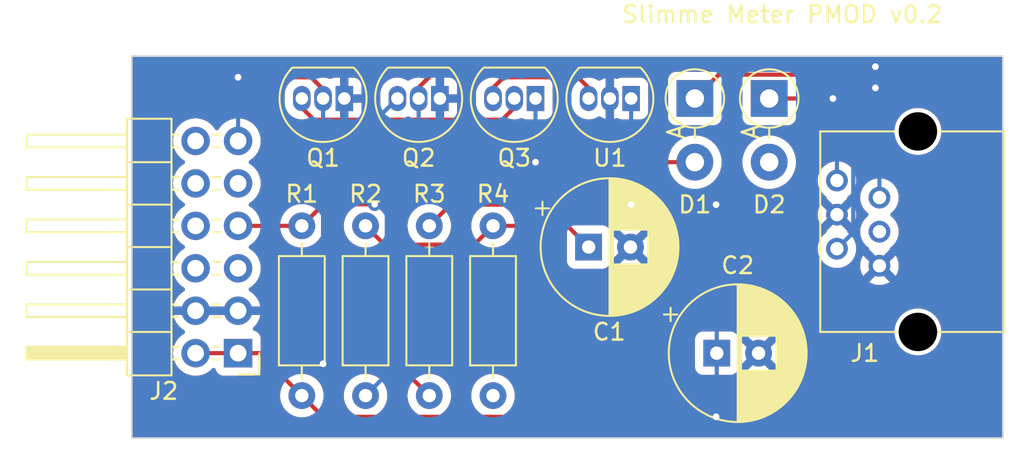
<source format=kicad_pcb>
(kicad_pcb (version 20221018) (generator pcbnew)
  (layers (0 "F.Cu" signal) (31 "B.Cu" signal) (34 "B.Paste" user) (35 "F.Paste" user) (36 "B.SilkS" user "B.Silkscreen") (37 "F.SilkS" user "F.Silkscreen") (38 "B.Mask" user) (39 "F.Mask" user) (44 "Edge.Cuts" user))
  (net 0 "")
  (net 1 "SM_DATA_REQUEST")
  (net 2 "Net-(D1-A)")
  (net 3 "Net-(D2-K)")
  (net 4 "+5V")
  (net 6 "~{SM_DATA}")
  (net 7 "GND")
  (net 8 "MCU_DATA")
  (net 9 "VCC")
  (net 14 "RTS")
  (net 15 "TXD")
  (net 16 "CTS")
  (net 17 "Net-(Q1-D)")
  (footprint "Capacitor_THT:CP_Radial_D8.0mm_P2.50mm" (layer "F.Cu") (at 120.015 62.23)
    (fp_text reference "C1" (at 1.23 5.08) (layer "F.SilkS"))
    (fp_text value "C_Polarized_Small")
    (fp_line (start -3.159698 -2.315) (end -2.359698 -2.315) (stroke (width 0.12)) (layer "F.SilkS"))
    (fp_line (start -2.759698 -2.715) (end -2.759698 -1.915) (stroke (width 0.12)) (layer "F.SilkS"))
    (fp_line (start 1.25 -4.08) (end 1.25 4.08) (stroke (width 0.12)) (layer "F.SilkS"))
    (fp_line (start 1.29 -4.08) (end 1.29 4.08) (stroke (width 0.12)) (layer "F.SilkS"))
    (fp_line (start 1.33 -4.08) (end 1.33 4.08) (stroke (width 0.12)) (layer "F.SilkS"))
    (fp_line (start 1.37 -4.079) (end 1.37 4.079) (stroke (width 0.12)) (layer "F.SilkS"))
    (fp_line (start 1.41 -4.077) (end 1.41 4.077) (stroke (width 0.12)) (layer "F.SilkS"))
    (fp_line (start 1.45 -4.076) (end 1.45 4.076) (stroke (width 0.12)) (layer "F.SilkS"))
    (fp_line (start 1.49 -4.074) (end 1.49 -1.04) (stroke (width 0.12)) (layer "F.SilkS"))
    (fp_line (start 1.49 1.04) (end 1.49 4.074) (stroke (width 0.12)) (layer "F.SilkS"))
    (fp_line (start 1.53 -4.071) (end 1.53 -1.04) (stroke (width 0.12)) (layer "F.SilkS"))
    (fp_line (start 1.53 1.04) (end 1.53 4.071) (stroke (width 0.12)) (layer "F.SilkS"))
    (fp_line (start 1.57 -4.068) (end 1.57 -1.04) (stroke (width 0.12)) (layer "F.SilkS"))
    (fp_line (start 1.57 1.04) (end 1.57 4.068) (stroke (width 0.12)) (layer "F.SilkS"))
    (fp_line (start 1.61 -4.065) (end 1.61 -1.04) (stroke (width 0.12)) (layer "F.SilkS"))
    (fp_line (start 1.61 1.04) (end 1.61 4.065) (stroke (width 0.12)) (layer "F.SilkS"))
    (fp_line (start 1.65 -4.061) (end 1.65 -1.04) (stroke (width 0.12)) (layer "F.SilkS"))
    (fp_line (start 1.65 1.04) (end 1.65 4.061) (stroke (width 0.12)) (layer "F.SilkS"))
    (fp_line (start 1.69 -4.057) (end 1.69 -1.04) (stroke (width 0.12)) (layer "F.SilkS"))
    (fp_line (start 1.69 1.04) (end 1.69 4.057) (stroke (width 0.12)) (layer "F.SilkS"))
    (fp_line (start 1.73 -4.052) (end 1.73 -1.04) (stroke (width 0.12)) (layer "F.SilkS"))
    (fp_line (start 1.73 1.04) (end 1.73 4.052) (stroke (width 0.12)) (layer "F.SilkS"))
    (fp_line (start 1.77 -4.048) (end 1.77 -1.04) (stroke (width 0.12)) (layer "F.SilkS"))
    (fp_line (start 1.77 1.04) (end 1.77 4.048) (stroke (width 0.12)) (layer "F.SilkS"))
    (fp_line (start 1.81 -4.042) (end 1.81 -1.04) (stroke (width 0.12)) (layer "F.SilkS"))
    (fp_line (start 1.81 1.04) (end 1.81 4.042) (stroke (width 0.12)) (layer "F.SilkS"))
    (fp_line (start 1.85 -4.037) (end 1.85 -1.04) (stroke (width 0.12)) (layer "F.SilkS"))
    (fp_line (start 1.85 1.04) (end 1.85 4.037) (stroke (width 0.12)) (layer "F.SilkS"))
    (fp_line (start 1.89 -4.03) (end 1.89 -1.04) (stroke (width 0.12)) (layer "F.SilkS"))
    (fp_line (start 1.89 1.04) (end 1.89 4.03) (stroke (width 0.12)) (layer "F.SilkS"))
    (fp_line (start 1.93 -4.024) (end 1.93 -1.04) (stroke (width 0.12)) (layer "F.SilkS"))
    (fp_line (start 1.93 1.04) (end 1.93 4.024) (stroke (width 0.12)) (layer "F.SilkS"))
    (fp_line (start 1.971 -4.017) (end 1.971 -1.04) (stroke (width 0.12)) (layer "F.SilkS"))
    (fp_line (start 1.971 1.04) (end 1.971 4.017) (stroke (width 0.12)) (layer "F.SilkS"))
    (fp_line (start 2.011 -4.01) (end 2.011 -1.04) (stroke (width 0.12)) (layer "F.SilkS"))
    (fp_line (start 2.011 1.04) (end 2.011 4.01) (stroke (width 0.12)) (layer "F.SilkS"))
    (fp_line (start 2.051 -4.002) (end 2.051 -1.04) (stroke (width 0.12)) (layer "F.SilkS"))
    (fp_line (start 2.051 1.04) (end 2.051 4.002) (stroke (width 0.12)) (layer "F.SilkS"))
    (fp_line (start 2.091 -3.994) (end 2.091 -1.04) (stroke (width 0.12)) (layer "F.SilkS"))
    (fp_line (start 2.091 1.04) (end 2.091 3.994) (stroke (width 0.12)) (layer "F.SilkS"))
    (fp_line (start 2.131 -3.985) (end 2.131 -1.04) (stroke (width 0.12)) (layer "F.SilkS"))
    (fp_line (start 2.131 1.04) (end 2.131 3.985) (stroke (width 0.12)) (layer "F.SilkS"))
    (fp_line (start 2.171 -3.976) (end 2.171 -1.04) (stroke (width 0.12)) (layer "F.SilkS"))
    (fp_line (start 2.171 1.04) (end 2.171 3.976) (stroke (width 0.12)) (layer "F.SilkS"))
    (fp_line (start 2.211 -3.967) (end 2.211 -1.04) (stroke (width 0.12)) (layer "F.SilkS"))
    (fp_line (start 2.211 1.04) (end 2.211 3.967) (stroke (width 0.12)) (layer "F.SilkS"))
    (fp_line (start 2.251 -3.957) (end 2.251 -1.04) (stroke (width 0.12)) (layer "F.SilkS"))
    (fp_line (start 2.251 1.04) (end 2.251 3.957) (stroke (width 0.12)) (layer "F.SilkS"))
    (fp_line (start 2.291 -3.947) (end 2.291 -1.04) (stroke (width 0.12)) (layer "F.SilkS"))
    (fp_line (start 2.291 1.04) (end 2.291 3.947) (stroke (width 0.12)) (layer "F.SilkS"))
    (fp_line (start 2.331 -3.936) (end 2.331 -1.04) (stroke (width 0.12)) (layer "F.SilkS"))
    (fp_line (start 2.331 1.04) (end 2.331 3.936) (stroke (width 0.12)) (layer "F.SilkS"))
    (fp_line (start 2.371 -3.925) (end 2.371 -1.04) (stroke (width 0.12)) (layer "F.SilkS"))
    (fp_line (start 2.371 1.04) (end 2.371 3.925) (stroke (width 0.12)) (layer "F.SilkS"))
    (fp_line (start 2.411 -3.914) (end 2.411 -1.04) (stroke (width 0.12)) (layer "F.SilkS"))
    (fp_line (start 2.411 1.04) (end 2.411 3.914) (stroke (width 0.12)) (layer "F.SilkS"))
    (fp_line (start 2.451 -3.902) (end 2.451 -1.04) (stroke (width 0.12)) (layer "F.SilkS"))
    (fp_line (start 2.451 1.04) (end 2.451 3.902) (stroke (width 0.12)) (layer "F.SilkS"))
    (fp_line (start 2.491 -3.889) (end 2.491 -1.04) (stroke (width 0.12)) (layer "F.SilkS"))
    (fp_line (start 2.491 1.04) (end 2.491 3.889) (stroke (width 0.12)) (layer "F.SilkS"))
    (fp_line (start 2.531 -3.877) (end 2.531 -1.04) (stroke (width 0.12)) (layer "F.SilkS"))
    (fp_line (start 2.531 1.04) (end 2.531 3.877) (stroke (width 0.12)) (layer "F.SilkS"))
    (fp_line (start 2.571 -3.863) (end 2.571 -1.04) (stroke (width 0.12)) (layer "F.SilkS"))
    (fp_line (start 2.571 1.04) (end 2.571 3.863) (stroke (width 0.12)) (layer "F.SilkS"))
    (fp_line (start 2.611 -3.85) (end 2.611 -1.04) (stroke (width 0.12)) (layer "F.SilkS"))
    (fp_line (start 2.611 1.04) (end 2.611 3.85) (stroke (width 0.12)) (layer "F.SilkS"))
    (fp_line (start 2.651 -3.835) (end 2.651 -1.04) (stroke (width 0.12)) (layer "F.SilkS"))
    (fp_line (start 2.651 1.04) (end 2.651 3.835) (stroke (width 0.12)) (layer "F.SilkS"))
    (fp_line (start 2.691 -3.821) (end 2.691 -1.04) (stroke (width 0.12)) (layer "F.SilkS"))
    (fp_line (start 2.691 1.04) (end 2.691 3.821) (stroke (width 0.12)) (layer "F.SilkS"))
    (fp_line (start 2.731 -3.805) (end 2.731 -1.04) (stroke (width 0.12)) (layer "F.SilkS"))
    (fp_line (start 2.731 1.04) (end 2.731 3.805) (stroke (width 0.12)) (layer "F.SilkS"))
    (fp_line (start 2.771 -3.79) (end 2.771 -1.04) (stroke (width 0.12)) (layer "F.SilkS"))
    (fp_line (start 2.771 1.04) (end 2.771 3.79) (stroke (width 0.12)) (layer "F.SilkS"))
    (fp_line (start 2.811 -3.774) (end 2.811 -1.04) (stroke (width 0.12)) (layer "F.SilkS"))
    (fp_line (start 2.811 1.04) (end 2.811 3.774) (stroke (width 0.12)) (layer "F.SilkS"))
    (fp_line (start 2.851 -3.757) (end 2.851 -1.04) (stroke (width 0.12)) (layer "F.SilkS"))
    (fp_line (start 2.851 1.04) (end 2.851 3.757) (stroke (width 0.12)) (layer "F.SilkS"))
    (fp_line (start 2.891 -3.74) (end 2.891 -1.04) (stroke (width 0.12)) (layer "F.SilkS"))
    (fp_line (start 2.891 1.04) (end 2.891 3.74) (stroke (width 0.12)) (layer "F.SilkS"))
    (fp_line (start 2.931 -3.722) (end 2.931 -1.04) (stroke (width 0.12)) (layer "F.SilkS"))
    (fp_line (start 2.931 1.04) (end 2.931 3.722) (stroke (width 0.12)) (layer "F.SilkS"))
    (fp_line (start 2.971 -3.704) (end 2.971 -1.04) (stroke (width 0.12)) (layer "F.SilkS"))
    (fp_line (start 2.971 1.04) (end 2.971 3.704) (stroke (width 0.12)) (layer "F.SilkS"))
    (fp_line (start 3.011 -3.686) (end 3.011 -1.04) (stroke (width 0.12)) (layer "F.SilkS"))
    (fp_line (start 3.011 1.04) (end 3.011 3.686) (stroke (width 0.12)) (layer "F.SilkS"))
    (fp_line (start 3.051 -3.666) (end 3.051 -1.04) (stroke (width 0.12)) (layer "F.SilkS"))
    (fp_line (start 3.051 1.04) (end 3.051 3.666) (stroke (width 0.12)) (layer "F.SilkS"))
    (fp_line (start 3.091 -3.647) (end 3.091 -1.04) (stroke (width 0.12)) (layer "F.SilkS"))
    (fp_line (start 3.091 1.04) (end 3.091 3.647) (stroke (width 0.12)) (layer "F.SilkS"))
    (fp_line (start 3.131 -3.627) (end 3.131 -1.04) (stroke (width 0.12)) (layer "F.SilkS"))
    (fp_line (start 3.131 1.04) (end 3.131 3.627) (stroke (width 0.12)) (layer "F.SilkS"))
    (fp_line (start 3.171 -3.606) (end 3.171 -1.04) (stroke (width 0.12)) (layer "F.SilkS"))
    (fp_line (start 3.171 1.04) (end 3.171 3.606) (stroke (width 0.12)) (layer "F.SilkS"))
    (fp_line (start 3.211 -3.584) (end 3.211 -1.04) (stroke (width 0.12)) (layer "F.SilkS"))
    (fp_line (start 3.211 1.04) (end 3.211 3.584) (stroke (width 0.12)) (layer "F.SilkS"))
    (fp_line (start 3.251 -3.562) (end 3.251 -1.04) (stroke (width 0.12)) (layer "F.SilkS"))
    (fp_line (start 3.251 1.04) (end 3.251 3.562) (stroke (width 0.12)) (layer "F.SilkS"))
    (fp_line (start 3.291 -3.54) (end 3.291 -1.04) (stroke (width 0.12)) (layer "F.SilkS"))
    (fp_line (start 3.291 1.04) (end 3.291 3.54) (stroke (width 0.12)) (layer "F.SilkS"))
    (fp_line (start 3.331 -3.517) (end 3.331 -1.04) (stroke (width 0.12)) (layer "F.SilkS"))
    (fp_line (start 3.331 1.04) (end 3.331 3.517) (stroke (width 0.12)) (layer "F.SilkS"))
    (fp_line (start 3.371 -3.493) (end 3.371 -1.04) (stroke (width 0.12)) (layer "F.SilkS"))
    (fp_line (start 3.371 1.04) (end 3.371 3.493) (stroke (width 0.12)) (layer "F.SilkS"))
    (fp_line (start 3.411 -3.469) (end 3.411 -1.04) (stroke (width 0.12)) (layer "F.SilkS"))
    (fp_line (start 3.411 1.04) (end 3.411 3.469) (stroke (width 0.12)) (layer "F.SilkS"))
    (fp_line (start 3.451 -3.444) (end 3.451 -1.04) (stroke (width 0.12)) (layer "F.SilkS"))
    (fp_line (start 3.451 1.04) (end 3.451 3.444) (stroke (width 0.12)) (layer "F.SilkS"))
    (fp_line (start 3.491 -3.418) (end 3.491 -1.04) (stroke (width 0.12)) (layer "F.SilkS"))
    (fp_line (start 3.491 1.04) (end 3.491 3.418) (stroke (width 0.12)) (layer "F.SilkS"))
    (fp_line (start 3.531 -3.392) (end 3.531 -1.04) (stroke (width 0.12)) (layer "F.SilkS"))
    (fp_line (start 3.531 1.04) (end 3.531 3.392) (stroke (width 0.12)) (layer "F.SilkS"))
    (fp_line (start 3.571 -3.365) (end 3.571 3.365) (stroke (width 0.12)) (layer "F.SilkS"))
    (fp_line (start 3.611 -3.338) (end 3.611 3.338) (stroke (width 0.12)) (layer "F.SilkS"))
    (fp_line (start 3.651 -3.309) (end 3.651 3.309) (stroke (width 0.12)) (layer "F.SilkS"))
    (fp_line (start 3.691 -3.28) (end 3.691 3.28) (stroke (width 0.12)) (layer "F.SilkS"))
    (fp_line (start 3.731 -3.25) (end 3.731 3.25) (stroke (width 0.12)) (layer "F.SilkS"))
    (fp_line (start 3.771 -3.22) (end 3.771 3.22) (stroke (width 0.12)) (layer "F.SilkS"))
    (fp_line (start 3.811 -3.189) (end 3.811 3.189) (stroke (width 0.12)) (layer "F.SilkS"))
    (fp_line (start 3.851 -3.156) (end 3.851 3.156) (stroke (width 0.12)) (layer "F.SilkS"))
    (fp_line (start 3.891 -3.124) (end 3.891 3.124) (stroke (width 0.12)) (layer "F.SilkS"))
    (fp_line (start 3.931 -3.09) (end 3.931 3.09) (stroke (width 0.12)) (layer "F.SilkS"))
    (fp_line (start 3.971 -3.055) (end 3.971 3.055) (stroke (width 0.12)) (layer "F.SilkS"))
    (fp_line (start 4.011 -3.019) (end 4.011 3.019) (stroke (width 0.12)) (layer "F.SilkS"))
    (fp_line (start 4.051 -2.983) (end 4.051 2.983) (stroke (width 0.12)) (layer "F.SilkS"))
    (fp_line (start 4.091 -2.945) (end 4.091 2.945) (stroke (width 0.12)) (layer "F.SilkS"))
    (fp_line (start 4.131 -2.907) (end 4.131 2.907) (stroke (width 0.12)) (layer "F.SilkS"))
    (fp_line (start 4.171 -2.867) (end 4.171 2.867) (stroke (width 0.12)) (layer "F.SilkS"))
    (fp_line (start 4.211 -2.826) (end 4.211 2.826) (stroke (width 0.12)) (layer "F.SilkS"))
    (fp_line (start 4.251 -2.784) (end 4.251 2.784) (stroke (width 0.12)) (layer "F.SilkS"))
    (fp_line (start 4.291 -2.741) (end 4.291 2.741) (stroke (width 0.12)) (layer "F.SilkS"))
    (fp_line (start 4.331 -2.697) (end 4.331 2.697) (stroke (width 0.12)) (layer "F.SilkS"))
    (fp_line (start 4.371 -2.651) (end 4.371 2.651) (stroke (width 0.12)) (layer "F.SilkS"))
    (fp_line (start 4.411 -2.604) (end 4.411 2.604) (stroke (width 0.12)) (layer "F.SilkS"))
    (fp_line (start 4.451 -2.556) (end 4.451 2.556) (stroke (width 0.12)) (layer "F.SilkS"))
    (fp_line (start 4.491 -2.505) (end 4.491 2.505) (stroke (width 0.12)) (layer "F.SilkS"))
    (fp_line (start 4.531 -2.454) (end 4.531 2.454) (stroke (width 0.12)) (layer "F.SilkS"))
    (fp_line (start 4.571 -2.4) (end 4.571 2.4) (stroke (width 0.12)) (layer "F.SilkS"))
    (fp_line (start 4.611 -2.345) (end 4.611 2.345) (stroke (width 0.12)) (layer "F.SilkS"))
    (fp_line (start 4.651 -2.287) (end 4.651 2.287) (stroke (width 0.12)) (layer "F.SilkS"))
    (fp_line (start 4.691 -2.228) (end 4.691 2.228) (stroke (width 0.12)) (layer "F.SilkS"))
    (fp_line (start 4.731 -2.166) (end 4.731 2.166) (stroke (width 0.12)) (layer "F.SilkS"))
    (fp_line (start 4.771 -2.102) (end 4.771 2.102) (stroke (width 0.12)) (layer "F.SilkS"))
    (fp_line (start 4.811 -2.034) (end 4.811 2.034) (stroke (width 0.12)) (layer "F.SilkS"))
    (fp_line (start 4.851 -1.964) (end 4.851 1.964) (stroke (width 0.12)) (layer "F.SilkS"))
    (fp_line (start 4.891 -1.89) (end 4.891 1.89) (stroke (width 0.12)) (layer "F.SilkS"))
    (fp_line (start 4.931 -1.813) (end 4.931 1.813) (stroke (width 0.12)) (layer "F.SilkS"))
    (fp_line (start 4.971 -1.731) (end 4.971 1.731) (stroke (width 0.12)) (layer "F.SilkS"))
    (fp_line (start 5.011 -1.645) (end 5.011 1.645) (stroke (width 0.12)) (layer "F.SilkS"))
    (fp_line (start 5.051 -1.552) (end 5.051 1.552) (stroke (width 0.12)) (layer "F.SilkS"))
    (fp_line (start 5.091 -1.453) (end 5.091 1.453) (stroke (width 0.12)) (layer "F.SilkS"))
    (fp_line (start 5.131 -1.346) (end 5.131 1.346) (stroke (width 0.12)) (layer "F.SilkS"))
    (fp_line (start 5.171 -1.229) (end 5.171 1.229) (stroke (width 0.12)) (layer "F.SilkS"))
    (fp_line (start 5.211 -1.098) (end 5.211 1.098) (stroke (width 0.12)) (layer "F.SilkS"))
    (fp_line (start 5.251 -0.948) (end 5.251 0.948) (stroke (width 0.12)) (layer "F.SilkS"))
    (fp_line (start 5.291 -0.768) (end 5.291 0.768) (stroke (width 0.12)) (layer "F.SilkS"))
    (fp_line (start 5.331 -0.533) (end 5.331 0.533) (stroke (width 0.12)) (layer "F.SilkS"))
    (fp_circle (center 1.25 0) (end 5.37 0) (stroke (width 0.12)) (fill none) (layer "F.SilkS"))
    (pad "1" thru_hole rect (at 0 0) (size 1.6 1.6) (drill 0.8) (layers "*.Cu" "*.Mask") (net 4 "+5V"))
    (pad "2" thru_hole circle (at 2.5 0) (size 1.6 1.6) (drill 0.8) (layers "*.Cu" "*.Mask") (net 7 "GND"))
  )
  (footprint "Package_TO_SOT_THT:TO-92_Inline" (layer "F.Cu") (at 105.41 53.34 180)
    (fp_text reference "Q1" (at 1.27 -3.56) (layer "F.SilkS"))
    (fp_text value "2N7000")
    (fp_line (start -0.53 1.85) (end 3.07 1.85) (stroke (width 0.12)) (layer "F.SilkS"))
    (fp_arc (start -0.568478 1.838478) (mid -1.132087 -0.994977) (end 1.27 -2.6) (stroke (width 0.12)) (layer "F.SilkS"))
    (fp_arc (start 1.27 -2.6) (mid 3.672087 -0.994977) (end 3.108478 1.838478) (stroke (width 0.12)) (layer "F.SilkS"))
    (pad "1" thru_hole rect (at 0 0 180) (size 1.05 1.5) (drill 0.75) (layers "*.Cu" "*.Mask") (net 7 "GND"))
    (pad "2" thru_hole oval (at 1.27 0 180) (size 1.05 1.5) (drill 0.75) (layers "*.Cu" "*.Mask") (net 16 "CTS"))
    (pad "3" thru_hole oval (at 2.54 0 180) (size 1.05 1.5) (drill 0.75) (layers "*.Cu" "*.Mask") (net 17 "Net-(Q1-D)"))
  )
  (footprint "Package_TO_SOT_THT:TO-92_Inline" (layer "F.Cu") (at 111.125 53.34 180)
    (fp_text reference "Q2" (at 1.27 -3.56) (layer "F.SilkS"))
    (fp_text value "2N7000")
    (fp_line (start -0.53 1.85) (end 3.07 1.85) (stroke (width 0.12)) (layer "F.SilkS"))
    (fp_arc (start -0.568478 1.838478) (mid -1.132087 -0.994977) (end 1.27 -2.6) (stroke (width 0.12)) (layer "F.SilkS"))
    (fp_arc (start 1.27 -2.6) (mid 3.672087 -0.994977) (end 3.108478 1.838478) (stroke (width 0.12)) (layer "F.SilkS"))
    (pad "1" thru_hole rect (at 0 0 180) (size 1.05 1.5) (drill 0.75) (layers "*.Cu" "*.Mask") (net 7 "GND"))
    (pad "2" thru_hole oval (at 1.27 0 180) (size 1.05 1.5) (drill 0.75) (layers "*.Cu" "*.Mask") (net 6 "~{SM_DATA}"))
    (pad "3" thru_hole oval (at 2.54 0 180) (size 1.05 1.5) (drill 0.75) (layers "*.Cu" "*.Mask") (net 8 "MCU_DATA"))
  )
  (footprint "Connector_PinHeader_2.54mm:PinHeader_2x06_P2.54mm_Horizontal" (layer "F.Cu") (at 99.06 68.58 180)
    (fp_text reference "J2" (at 4.445 -2.27) (layer "F.SilkS"))
    (fp_text value "Conn_02x06_Odd_Even")
    (fp_line (start -1.27 -1.27) (end 0 -1.27) (stroke (width 0.12)) (layer "F.SilkS"))
    (fp_line (start -1.27 0) (end -1.27 -1.27) (stroke (width 0.12)) (layer "F.SilkS"))
    (fp_line (start 1.042929 2.16) (end 1.497071 2.16) (stroke (width 0.12)) (layer "F.SilkS"))
    (fp_line (start 1.042929 2.92) (end 1.497071 2.92) (stroke (width 0.12)) (layer "F.SilkS"))
    (fp_line (start 1.042929 4.7) (end 1.497071 4.7) (stroke (width 0.12)) (layer "F.SilkS"))
    (fp_line (start 1.042929 5.46) (end 1.497071 5.46) (stroke (width 0.12)) (layer "F.SilkS"))
    (fp_line (start 1.042929 7.24) (end 1.497071 7.24) (stroke (width 0.12)) (layer "F.SilkS"))
    (fp_line (start 1.042929 8) (end 1.497071 8) (stroke (width 0.12)) (layer "F.SilkS"))
    (fp_line (start 1.042929 9.78) (end 1.497071 9.78) (stroke (width 0.12)) (layer "F.SilkS"))
    (fp_line (start 1.042929 10.54) (end 1.497071 10.54) (stroke (width 0.12)) (layer "F.SilkS"))
    (fp_line (start 1.042929 12.32) (end 1.497071 12.32) (stroke (width 0.12)) (layer "F.SilkS"))
    (fp_line (start 1.042929 13.08) (end 1.497071 13.08) (stroke (width 0.12)) (layer "F.SilkS"))
    (fp_line (start 1.11 -0.38) (end 1.497071 -0.38) (stroke (width 0.12)) (layer "F.SilkS"))
    (fp_line (start 1.11 0.38) (end 1.497071 0.38) (stroke (width 0.12)) (layer "F.SilkS"))
    (fp_line (start 3.582929 -0.38) (end 3.98 -0.38) (stroke (width 0.12)) (layer "F.SilkS"))
    (fp_line (start 3.582929 0.38) (end 3.98 0.38) (stroke (width 0.12)) (layer "F.SilkS"))
    (fp_line (start 3.582929 2.16) (end 3.98 2.16) (stroke (width 0.12)) (layer "F.SilkS"))
    (fp_line (start 3.582929 2.92) (end 3.98 2.92) (stroke (width 0.12)) (layer "F.SilkS"))
    (fp_line (start 3.582929 4.7) (end 3.98 4.7) (stroke (width 0.12)) (layer "F.SilkS"))
    (fp_line (start 3.582929 5.46) (end 3.98 5.46) (stroke (width 0.12)) (layer "F.SilkS"))
    (fp_line (start 3.582929 7.24) (end 3.98 7.24) (stroke (width 0.12)) (layer "F.SilkS"))
    (fp_line (start 3.582929 8) (end 3.98 8) (stroke (width 0.12)) (layer "F.SilkS"))
    (fp_line (start 3.582929 9.78) (end 3.98 9.78) (stroke (width 0.12)) (layer "F.SilkS"))
    (fp_line (start 3.582929 10.54) (end 3.98 10.54) (stroke (width 0.12)) (layer "F.SilkS"))
    (fp_line (start 3.582929 12.32) (end 3.98 12.32) (stroke (width 0.12)) (layer "F.SilkS"))
    (fp_line (start 3.582929 13.08) (end 3.98 13.08) (stroke (width 0.12)) (layer "F.SilkS"))
    (fp_line (start 3.98 -1.33) (end 3.98 14.03) (stroke (width 0.12)) (layer "F.SilkS"))
    (fp_line (start 3.98 1.27) (end 6.64 1.27) (stroke (width 0.12)) (layer "F.SilkS"))
    (fp_line (start 3.98 3.81) (end 6.64 3.81) (stroke (width 0.12)) (layer "F.SilkS"))
    (fp_line (start 3.98 6.35) (end 6.64 6.35) (stroke (width 0.12)) (layer "F.SilkS"))
    (fp_line (start 3.98 8.89) (end 6.64 8.89) (stroke (width 0.12)) (layer "F.SilkS"))
    (fp_line (start 3.98 11.43) (end 6.64 11.43) (stroke (width 0.12)) (layer "F.SilkS"))
    (fp_line (start 3.98 14.03) (end 6.64 14.03) (stroke (width 0.12)) (layer "F.SilkS"))
    (fp_line (start 6.64 -1.33) (end 3.98 -1.33) (stroke (width 0.12)) (layer "F.SilkS"))
    (fp_line (start 6.64 -0.38) (end 12.64 -0.38) (stroke (width 0.12)) (layer "F.SilkS"))
    (fp_line (start 6.64 -0.32) (end 12.64 -0.32) (stroke (width 0.12)) (layer "F.SilkS"))
    (fp_line (start 6.64 -0.2) (end 12.64 -0.2) (stroke (width 0.12)) (layer "F.SilkS"))
    (fp_line (start 6.64 -0.08) (end 12.64 -0.08) (stroke (width 0.12)) (layer "F.SilkS"))
    (fp_line (start 6.64 0.04) (end 12.64 0.04) (stroke (width 0.12)) (layer "F.SilkS"))
    (fp_line (start 6.64 0.16) (end 12.64 0.16) (stroke (width 0.12)) (layer "F.SilkS"))
    (fp_line (start 6.64 0.28) (end 12.64 0.28) (stroke (width 0.12)) (layer "F.SilkS"))
    (fp_line (start 6.64 2.16) (end 12.64 2.16) (stroke (width 0.12)) (layer "F.SilkS"))
    (fp_line (start 6.64 4.7) (end 12.64 4.7) (stroke (width 0.12)) (layer "F.SilkS"))
    (fp_line (start 6.64 7.24) (end 12.64 7.24) (stroke (width 0.12)) (layer "F.SilkS"))
    (fp_line (start 6.64 9.78) (end 12.64 9.78) (stroke (width 0.12)) (layer "F.SilkS"))
    (fp_line (start 6.64 12.32) (end 12.64 12.32) (stroke (width 0.12)) (layer "F.SilkS"))
    (fp_line (start 6.64 14.03) (end 6.64 -1.33) (stroke (width 0.12)) (layer "F.SilkS"))
    (fp_line (start 12.64 -0.38) (end 12.64 0.38) (stroke (width 0.12)) (layer "F.SilkS"))
    (fp_line (start 12.64 0.38) (end 6.64 0.38) (stroke (width 0.12)) (layer "F.SilkS"))
    (fp_line (start 12.64 2.16) (end 12.64 2.92) (stroke (width 0.12)) (layer "F.SilkS"))
    (fp_line (start 12.64 2.92) (end 6.64 2.92) (stroke (width 0.12)) (layer "F.SilkS"))
    (fp_line (start 12.64 4.7) (end 12.64 5.46) (stroke (width 0.12)) (layer "F.SilkS"))
    (fp_line (start 12.64 5.46) (end 6.64 5.46) (stroke (width 0.12)) (layer "F.SilkS"))
    (fp_line (start 12.64 7.24) (end 12.64 8) (stroke (width 0.12)) (layer "F.SilkS"))
    (fp_line (start 12.64 8) (end 6.64 8) (stroke (width 0.12)) (layer "F.SilkS"))
    (fp_line (start 12.64 9.78) (end 12.64 10.54) (stroke (width 0.12)) (layer "F.SilkS"))
    (fp_line (start 12.64 10.54) (end 6.64 10.54) (stroke (width 0.12)) (layer "F.SilkS"))
    (fp_line (start 12.64 12.32) (end 12.64 13.08) (stroke (width 0.12)) (layer "F.SilkS"))
    (fp_line (start 12.64 13.08) (end 6.64 13.08) (stroke (width 0.12)) (layer "F.SilkS"))
    (pad "1" thru_hole rect (at 0 0 180) (size 1.7 1.7) (drill 1) (layers "*.Cu" "*.Mask") (net 9 "VCC"))
    (pad "2" thru_hole oval (at 2.54 0 180) (size 1.7 1.7) (drill 1) (layers "*.Cu" "*.Mask") (net 9 "VCC"))
    (pad "3" thru_hole oval (at 0 2.54 180) (size 1.7 1.7) (drill 1) (layers "*.Cu" "*.Mask") (net 7 "GND"))
    (pad "4" thru_hole oval (at 2.54 2.54 180) (size 1.7 1.7) (drill 1) (layers "*.Cu" "*.Mask") (net 7 "GND"))
    (pad "5" thru_hole oval (at 0 5.08 180) (size 1.7 1.7) (drill 1) (layers "*.Cu" "*.Mask") (net 14 "RTS"))
    (pad "6" thru_hole oval (at 2.54 5.08 180) (size 1.7 1.7) (drill 1) (layers "*.Cu" "*.Mask"))
    (pad "7" thru_hole oval (at 0 7.62 180) (size 1.7 1.7) (drill 1) (layers "*.Cu" "*.Mask") (net 8 "MCU_DATA"))
    (pad "8" thru_hole oval (at 2.54 7.62 180) (size 1.7 1.7) (drill 1) (layers "*.Cu" "*.Mask"))
    (pad "9" thru_hole oval (at 0 10.16 180) (size 1.7 1.7) (drill 1) (layers "*.Cu" "*.Mask") (net 15 "TXD"))
    (pad "10" thru_hole oval (at 2.54 10.16 180) (size 1.7 1.7) (drill 1) (layers "*.Cu" "*.Mask"))
    (pad "11" thru_hole oval (at 0 12.7 180) (size 1.7 1.7) (drill 1) (layers "*.Cu" "*.Mask") (net 16 "CTS"))
    (pad "12" thru_hole oval (at 2.54 12.7 180) (size 1.7 1.7) (drill 1) (layers "*.Cu" "*.Mask"))
  )
  (footprint "Resistor_THT:R_Axial_DIN0207_L6.3mm_D2.5mm_P10.16mm_Horizontal" (layer "F.Cu") (at 106.68 60.96 -90)
    (fp_text reference "R2" (at -1.905 0 -180) (layer "F.SilkS"))
    (fp_text value "R_Small")
    (fp_line (start 1.04 0) (end 1.81 0) (stroke (width 0.12)) (layer "F.SilkS"))
    (fp_line (start 1.81 -1.37) (end 1.81 1.37) (stroke (width 0.12)) (layer "F.SilkS"))
    (fp_line (start 1.81 1.37) (end 8.35 1.37) (stroke (width 0.12)) (layer "F.SilkS"))
    (fp_line (start 8.35 -1.37) (end 1.81 -1.37) (stroke (width 0.12)) (layer "F.SilkS"))
    (fp_line (start 8.35 1.37) (end 8.35 -1.37) (stroke (width 0.12)) (layer "F.SilkS"))
    (fp_line (start 9.12 0) (end 8.35 0) (stroke (width 0.12)) (layer "F.SilkS"))
    (pad "1" thru_hole circle (at 0 0 270) (size 1.6 1.6) (drill 0.8) (layers "*.Cu" "*.Mask") (net 4 "+5V"))
    (pad "2" thru_hole oval (at 10.16 0 270) (size 1.6 1.6) (drill 0.8) (layers "*.Cu" "*.Mask") (net 6 "~{SM_DATA}"))
  )
  (footprint "Resistor_THT:R_Axial_DIN0207_L6.3mm_D2.5mm_P10.16mm_Horizontal" (layer "F.Cu") (at 110.49 60.96 -90)
    (fp_text reference "R3" (at -1.905 0 -180) (layer "F.SilkS"))
    (fp_text value "R_Small")
    (fp_line (start 1.04 0) (end 1.81 0) (stroke (width 0.12)) (layer "F.SilkS"))
    (fp_line (start 1.81 -1.37) (end 1.81 1.37) (stroke (width 0.12)) (layer "F.SilkS"))
    (fp_line (start 1.81 1.37) (end 8.35 1.37) (stroke (width 0.12)) (layer "F.SilkS"))
    (fp_line (start 8.35 -1.37) (end 1.81 -1.37) (stroke (width 0.12)) (layer "F.SilkS"))
    (fp_line (start 8.35 1.37) (end 8.35 -1.37) (stroke (width 0.12)) (layer "F.SilkS"))
    (fp_line (start 9.12 0) (end 8.35 0) (stroke (width 0.12)) (layer "F.SilkS"))
    (pad "1" thru_hole circle (at 0 0 270) (size 1.6 1.6) (drill 0.8) (layers "*.Cu" "*.Mask") (net 9 "VCC"))
    (pad "2" thru_hole oval (at 10.16 0 270) (size 1.6 1.6) (drill 0.8) (layers "*.Cu" "*.Mask") (net 16 "CTS"))
  )
  (footprint "Diode_THT:D_DO-41_SOD81_P3.81mm_Vertical_AnodeUp" (layer "F.Cu") (at 130.81 53.34 -90)
    (fp_text reference "D2" (at 6.35 0 -180) (layer "F.SilkS"))
    (fp_text value "1N5819")
    (fp_text user "A" (at 2.01 1.1 90) (layer "F.SilkS"))
    (fp_line (start 1.750635 0) (end 2.41 0) (stroke (width 0.12)) (layer "F.SilkS"))
    (fp_circle (center 0 0) (end 1.750635 0) (stroke (width 0.12)) (fill none) (layer "F.SilkS"))
    (pad "1" thru_hole rect (at 0 0 270) (size 2.2 2.2) (drill 1.1) (layers "*.Cu" "*.Mask") (net 3 "Net-(D2-K)"))
    (pad "2" thru_hole oval (at 3.81 0 270) (size 2.2 2.2) (drill 1.1) (layers "*.Cu" "*.Mask") (net 4 "+5V"))
  )
  (footprint "Resistor_THT:R_Axial_DIN0207_L6.3mm_D2.5mm_P10.16mm_Horizontal" (layer "F.Cu") (at 114.3 60.96 -90)
    (fp_text reference "R4" (at -1.905 0 -180) (layer "F.SilkS"))
    (fp_text value "R_Small")
    (fp_line (start 1.04 0) (end 1.81 0) (stroke (width 0.12)) (layer "F.SilkS"))
    (fp_line (start 1.81 -1.37) (end 1.81 1.37) (stroke (width 0.12)) (layer "F.SilkS"))
    (fp_line (start 1.81 1.37) (end 8.35 1.37) (stroke (width 0.12)) (layer "F.SilkS"))
    (fp_line (start 8.35 -1.37) (end 1.81 -1.37) (stroke (width 0.12)) (layer "F.SilkS"))
    (fp_line (start 8.35 1.37) (end 8.35 -1.37) (stroke (width 0.12)) (layer "F.SilkS"))
    (fp_line (start 9.12 0) (end 8.35 0) (stroke (width 0.12)) (layer "F.SilkS"))
    (pad "1" thru_hole circle (at 0 0 270) (size 1.6 1.6) (drill 0.8) (layers "*.Cu" "*.Mask") (net 4 "+5V"))
    (pad "2" thru_hole oval (at 10.16 0 270) (size 1.6 1.6) (drill 0.8) (layers "*.Cu" "*.Mask") (net 17 "Net-(Q1-D)"))
  )
  (footprint "Diode_THT:D_DO-41_SOD81_P3.81mm_Vertical_AnodeUp" (layer "F.Cu") (at 126.365 53.34 -90)
    (fp_text reference "D1" (at 6.35 0 -180) (layer "F.SilkS"))
    (fp_text value "1N5819")
    (fp_text user "A" (at 2.01 1.1 -270) (layer "F.SilkS"))
    (fp_line (start 1.750635 0) (end 2.41 0) (stroke (width 0.12)) (layer "F.SilkS"))
    (fp_circle (center 0 0) (end 1.750635 0) (stroke (width 0.12)) (fill none) (layer "F.SilkS"))
    (pad "1" thru_hole rect (at 0 0 270) (size 2.2 2.2) (drill 1.1) (layers "*.Cu" "*.Mask") (net 1 "SM_DATA_REQUEST"))
    (pad "2" thru_hole oval (at 3.81 0 270) (size 2.2 2.2) (drill 1.1) (layers "*.Cu" "*.Mask") (net 2 "Net-(D1-A)"))
  )
  (footprint "Resistor_THT:R_Axial_DIN0207_L6.3mm_D2.5mm_P10.16mm_Horizontal" (layer "F.Cu") (at 102.87 71.12 90)
    (fp_text reference "R1" (at 12.065 0 180) (layer "F.SilkS"))
    (fp_text value "R_Small")
    (fp_line (start 1.04 0) (end 1.81 0) (stroke (width 0.12)) (layer "F.SilkS"))
    (fp_line (start 1.81 -1.37) (end 1.81 1.37) (stroke (width 0.12)) (layer "F.SilkS"))
    (fp_line (start 1.81 1.37) (end 8.35 1.37) (stroke (width 0.12)) (layer "F.SilkS"))
    (fp_line (start 8.35 -1.37) (end 1.81 -1.37) (stroke (width 0.12)) (layer "F.SilkS"))
    (fp_line (start 8.35 1.37) (end 8.35 -1.37) (stroke (width 0.12)) (layer "F.SilkS"))
    (fp_line (start 9.12 0) (end 8.35 0) (stroke (width 0.12)) (layer "F.SilkS"))
    (pad "1" thru_hole circle (at 0 0 90) (size 1.6 1.6) (drill 0.8) (layers "*.Cu" "*.Mask") (net 9 "VCC"))
    (pad "2" thru_hole oval (at 10.16 0 90) (size 1.6 1.6) (drill 0.8) (layers "*.Cu" "*.Mask") (net 8 "MCU_DATA"))
  )
  (footprint "Capacitor_THT:CP_Radial_D8.0mm_P2.50mm" (layer "F.Cu") (at 127.675 68.58)
    (fp_text reference "C2" (at 1.25 -5.25) (layer "F.SilkS"))
    (fp_text value "C_Polarized_Small")
    (fp_line (start -3.159698 -2.315) (end -2.359698 -2.315) (stroke (width 0.12)) (layer "F.SilkS"))
    (fp_line (start -2.759698 -2.715) (end -2.759698 -1.915) (stroke (width 0.12)) (layer "F.SilkS"))
    (fp_line (start 1.25 -4.08) (end 1.25 4.08) (stroke (width 0.12)) (layer "F.SilkS"))
    (fp_line (start 1.29 -4.08) (end 1.29 4.08) (stroke (width 0.12)) (layer "F.SilkS"))
    (fp_line (start 1.33 -4.08) (end 1.33 4.08) (stroke (width 0.12)) (layer "F.SilkS"))
    (fp_line (start 1.37 -4.079) (end 1.37 4.079) (stroke (width 0.12)) (layer "F.SilkS"))
    (fp_line (start 1.41 -4.077) (end 1.41 4.077) (stroke (width 0.12)) (layer "F.SilkS"))
    (fp_line (start 1.45 -4.076) (end 1.45 4.076) (stroke (width 0.12)) (layer "F.SilkS"))
    (fp_line (start 1.49 -4.074) (end 1.49 -1.04) (stroke (width 0.12)) (layer "F.SilkS"))
    (fp_line (start 1.49 1.04) (end 1.49 4.074) (stroke (width 0.12)) (layer "F.SilkS"))
    (fp_line (start 1.53 -4.071) (end 1.53 -1.04) (stroke (width 0.12)) (layer "F.SilkS"))
    (fp_line (start 1.53 1.04) (end 1.53 4.071) (stroke (width 0.12)) (layer "F.SilkS"))
    (fp_line (start 1.57 -4.068) (end 1.57 -1.04) (stroke (width 0.12)) (layer "F.SilkS"))
    (fp_line (start 1.57 1.04) (end 1.57 4.068) (stroke (width 0.12)) (layer "F.SilkS"))
    (fp_line (start 1.61 -4.065) (end 1.61 -1.04) (stroke (width 0.12)) (layer "F.SilkS"))
    (fp_line (start 1.61 1.04) (end 1.61 4.065) (stroke (width 0.12)) (layer "F.SilkS"))
    (fp_line (start 1.65 -4.061) (end 1.65 -1.04) (stroke (width 0.12)) (layer "F.SilkS"))
    (fp_line (start 1.65 1.04) (end 1.65 4.061) (stroke (width 0.12)) (layer "F.SilkS"))
    (fp_line (start 1.69 -4.057) (end 1.69 -1.04) (stroke (width 0.12)) (layer "F.SilkS"))
    (fp_line (start 1.69 1.04) (end 1.69 4.057) (stroke (width 0.12)) (layer "F.SilkS"))
    (fp_line (start 1.73 -4.052) (end 1.73 -1.04) (stroke (width 0.12)) (layer "F.SilkS"))
    (fp_line (start 1.73 1.04) (end 1.73 4.052) (stroke (width 0.12)) (layer "F.SilkS"))
    (fp_line (start 1.77 -4.048) (end 1.77 -1.04) (stroke (width 0.12)) (layer "F.SilkS"))
    (fp_line (start 1.77 1.04) (end 1.77 4.048) (stroke (width 0.12)) (layer "F.SilkS"))
    (fp_line (start 1.81 -4.042) (end 1.81 -1.04) (stroke (width 0.12)) (layer "F.SilkS"))
    (fp_line (start 1.81 1.04) (end 1.81 4.042) (stroke (width 0.12)) (layer "F.SilkS"))
    (fp_line (start 1.85 -4.037) (end 1.85 -1.04) (stroke (width 0.12)) (layer "F.SilkS"))
    (fp_line (start 1.85 1.04) (end 1.85 4.037) (stroke (width 0.12)) (layer "F.SilkS"))
    (fp_line (start 1.89 -4.03) (end 1.89 -1.04) (stroke (width 0.12)) (layer "F.SilkS"))
    (fp_line (start 1.89 1.04) (end 1.89 4.03) (stroke (width 0.12)) (layer "F.SilkS"))
    (fp_line (start 1.93 -4.024) (end 1.93 -1.04) (stroke (width 0.12)) (layer "F.SilkS"))
    (fp_line (start 1.93 1.04) (end 1.93 4.024) (stroke (width 0.12)) (layer "F.SilkS"))
    (fp_line (start 1.971 -4.017) (end 1.971 -1.04) (stroke (width 0.12)) (layer "F.SilkS"))
    (fp_line (start 1.971 1.04) (end 1.971 4.017) (stroke (width 0.12)) (layer "F.SilkS"))
    (fp_line (start 2.011 -4.01) (end 2.011 -1.04) (stroke (width 0.12)) (layer "F.SilkS"))
    (fp_line (start 2.011 1.04) (end 2.011 4.01) (stroke (width 0.12)) (layer "F.SilkS"))
    (fp_line (start 2.051 -4.002) (end 2.051 -1.04) (stroke (width 0.12)) (layer "F.SilkS"))
    (fp_line (start 2.051 1.04) (end 2.051 4.002) (stroke (width 0.12)) (layer "F.SilkS"))
    (fp_line (start 2.091 -3.994) (end 2.091 -1.04) (stroke (width 0.12)) (layer "F.SilkS"))
    (fp_line (start 2.091 1.04) (end 2.091 3.994) (stroke (width 0.12)) (layer "F.SilkS"))
    (fp_line (start 2.131 -3.985) (end 2.131 -1.04) (stroke (width 0.12)) (layer "F.SilkS"))
    (fp_line (start 2.131 1.04) (end 2.131 3.985) (stroke (width 0.12)) (layer "F.SilkS"))
    (fp_line (start 2.171 -3.976) (end 2.171 -1.04) (stroke (width 0.12)) (layer "F.SilkS"))
    (fp_line (start 2.171 1.04) (end 2.171 3.976) (stroke (width 0.12)) (layer "F.SilkS"))
    (fp_line (start 2.211 -3.967) (end 2.211 -1.04) (stroke (width 0.12)) (layer "F.SilkS"))
    (fp_line (start 2.211 1.04) (end 2.211 3.967) (stroke (width 0.12)) (layer "F.SilkS"))
    (fp_line (start 2.251 -3.957) (end 2.251 -1.04) (stroke (width 0.12)) (layer "F.SilkS"))
    (fp_line (start 2.251 1.04) (end 2.251 3.957) (stroke (width 0.12)) (layer "F.SilkS"))
    (fp_line (start 2.291 -3.947) (end 2.291 -1.04) (stroke (width 0.12)) (layer "F.SilkS"))
    (fp_line (start 2.291 1.04) (end 2.291 3.947) (stroke (width 0.12)) (layer "F.SilkS"))
    (fp_line (start 2.331 -3.936) (end 2.331 -1.04) (stroke (width 0.12)) (layer "F.SilkS"))
    (fp_line (start 2.331 1.04) (end 2.331 3.936) (stroke (width 0.12)) (layer "F.SilkS"))
    (fp_line (start 2.371 -3.925) (end 2.371 -1.04) (stroke (width 0.12)) (layer "F.SilkS"))
    (fp_line (start 2.371 1.04) (end 2.371 3.925) (stroke (width 0.12)) (layer "F.SilkS"))
    (fp_line (start 2.411 -3.914) (end 2.411 -1.04) (stroke (width 0.12)) (layer "F.SilkS"))
    (fp_line (start 2.411 1.04) (end 2.411 3.914) (stroke (width 0.12)) (layer "F.SilkS"))
    (fp_line (start 2.451 -3.902) (end 2.451 -1.04) (stroke (width 0.12)) (layer "F.SilkS"))
    (fp_line (start 2.451 1.04) (end 2.451 3.902) (stroke (width 0.12)) (layer "F.SilkS"))
    (fp_line (start 2.491 -3.889) (end 2.491 -1.04) (stroke (width 0.12)) (layer "F.SilkS"))
    (fp_line (start 2.491 1.04) (end 2.491 3.889) (stroke (width 0.12)) (layer "F.SilkS"))
    (fp_line (start 2.531 -3.877) (end 2.531 -1.04) (stroke (width 0.12)) (layer "F.SilkS"))
    (fp_line (start 2.531 1.04) (end 2.531 3.877) (stroke (width 0.12)) (layer "F.SilkS"))
    (fp_line (start 2.571 -3.863) (end 2.571 -1.04) (stroke (width 0.12)) (layer "F.SilkS"))
    (fp_line (start 2.571 1.04) (end 2.571 3.863) (stroke (width 0.12)) (layer "F.SilkS"))
    (fp_line (start 2.611 -3.85) (end 2.611 -1.04) (stroke (width 0.12)) (layer "F.SilkS"))
    (fp_line (start 2.611 1.04) (end 2.611 3.85) (stroke (width 0.12)) (layer "F.SilkS"))
    (fp_line (start 2.651 -3.835) (end 2.651 -1.04) (stroke (width 0.12)) (layer "F.SilkS"))
    (fp_line (start 2.651 1.04) (end 2.651 3.835) (stroke (width 0.12)) (layer "F.SilkS"))
    (fp_line (start 2.691 -3.821) (end 2.691 -1.04) (stroke (width 0.12)) (layer "F.SilkS"))
    (fp_line (start 2.691 1.04) (end 2.691 3.821) (stroke (width 0.12)) (layer "F.SilkS"))
    (fp_line (start 2.731 -3.805) (end 2.731 -1.04) (stroke (width 0.12)) (layer "F.SilkS"))
    (fp_line (start 2.731 1.04) (end 2.731 3.805) (stroke (width 0.12)) (layer "F.SilkS"))
    (fp_line (start 2.771 -3.79) (end 2.771 -1.04) (stroke (width 0.12)) (layer "F.SilkS"))
    (fp_line (start 2.771 1.04) (end 2.771 3.79) (stroke (width 0.12)) (layer "F.SilkS"))
    (fp_line (start 2.811 -3.774) (end 2.811 -1.04) (stroke (width 0.12)) (layer "F.SilkS"))
    (fp_line (start 2.811 1.04) (end 2.811 3.774) (stroke (width 0.12)) (layer "F.SilkS"))
    (fp_line (start 2.851 -3.757) (end 2.851 -1.04) (stroke (width 0.12)) (layer "F.SilkS"))
    (fp_line (start 2.851 1.04) (end 2.851 3.757) (stroke (width 0.12)) (layer "F.SilkS"))
    (fp_line (start 2.891 -3.74) (end 2.891 -1.04) (stroke (width 0.12)) (layer "F.SilkS"))
    (fp_line (start 2.891 1.04) (end 2.891 3.74) (stroke (width 0.12)) (layer "F.SilkS"))
    (fp_line (start 2.931 -3.722) (end 2.931 -1.04) (stroke (width 0.12)) (layer "F.SilkS"))
    (fp_line (start 2.931 1.04) (end 2.931 3.722) (stroke (width 0.12)) (layer "F.SilkS"))
    (fp_line (start 2.971 -3.704) (end 2.971 -1.04) (stroke (width 0.12)) (layer "F.SilkS"))
    (fp_line (start 2.971 1.04) (end 2.971 3.704) (stroke (width 0.12)) (layer "F.SilkS"))
    (fp_line (start 3.011 -3.686) (end 3.011 -1.04) (stroke (width 0.12)) (layer "F.SilkS"))
    (fp_line (start 3.011 1.04) (end 3.011 3.686) (stroke (width 0.12)) (layer "F.SilkS"))
    (fp_line (start 3.051 -3.666) (end 3.051 -1.04) (stroke (width 0.12)) (layer "F.SilkS"))
    (fp_line (start 3.051 1.04) (end 3.051 3.666) (stroke (width 0.12)) (layer "F.SilkS"))
    (fp_line (start 3.091 -3.647) (end 3.091 -1.04) (stroke (width 0.12)) (layer "F.SilkS"))
    (fp_line (start 3.091 1.04) (end 3.091 3.647) (stroke (width 0.12)) (layer "F.SilkS"))
    (fp_line (start 3.131 -3.627) (end 3.131 -1.04) (stroke (width 0.12)) (layer "F.SilkS"))
    (fp_line (start 3.131 1.04) (end 3.131 3.627) (stroke (width 0.12)) (layer "F.SilkS"))
    (fp_line (start 3.171 -3.606) (end 3.171 -1.04) (stroke (width 0.12)) (layer "F.SilkS"))
    (fp_line (start 3.171 1.04) (end 3.171 3.606) (stroke (width 0.12)) (layer "F.SilkS"))
    (fp_line (start 3.211 -3.584) (end 3.211 -1.04) (stroke (width 0.12)) (layer "F.SilkS"))
    (fp_line (start 3.211 1.04) (end 3.211 3.584) (stroke (width 0.12)) (layer "F.SilkS"))
    (fp_line (start 3.251 -3.562) (end 3.251 -1.04) (stroke (width 0.12)) (layer "F.SilkS"))
    (fp_line (start 3.251 1.04) (end 3.251 3.562) (stroke (width 0.12)) (layer "F.SilkS"))
    (fp_line (start 3.291 -3.54) (end 3.291 -1.04) (stroke (width 0.12)) (layer "F.SilkS"))
    (fp_line (start 3.291 1.04) (end 3.291 3.54) (stroke (width 0.12)) (layer "F.SilkS"))
    (fp_line (start 3.331 -3.517) (end 3.331 -1.04) (stroke (width 0.12)) (layer "F.SilkS"))
    (fp_line (start 3.331 1.04) (end 3.331 3.517) (stroke (width 0.12)) (layer "F.SilkS"))
    (fp_line (start 3.371 -3.493) (end 3.371 -1.04) (stroke (width 0.12)) (layer "F.SilkS"))
    (fp_line (start 3.371 1.04) (end 3.371 3.493) (stroke (width 0.12)) (layer "F.SilkS"))
    (fp_line (start 3.411 -3.469) (end 3.411 -1.04) (stroke (width 0.12)) (layer "F.SilkS"))
    (fp_line (start 3.411 1.04) (end 3.411 3.469) (stroke (width 0.12)) (layer "F.SilkS"))
    (fp_line (start 3.451 -3.444) (end 3.451 -1.04) (stroke (width 0.12)) (layer "F.SilkS"))
    (fp_line (start 3.451 1.04) (end 3.451 3.444) (stroke (width 0.12)) (layer "F.SilkS"))
    (fp_line (start 3.491 -3.418) (end 3.491 -1.04) (stroke (width 0.12)) (layer "F.SilkS"))
    (fp_line (start 3.491 1.04) (end 3.491 3.418) (stroke (width 0.12)) (layer "F.SilkS"))
    (fp_line (start 3.531 -3.392) (end 3.531 -1.04) (stroke (width 0.12)) (layer "F.SilkS"))
    (fp_line (start 3.531 1.04) (end 3.531 3.392) (stroke (width 0.12)) (layer "F.SilkS"))
    (fp_line (start 3.571 -3.365) (end 3.571 3.365) (stroke (width 0.12)) (layer "F.SilkS"))
    (fp_line (start 3.611 -3.338) (end 3.611 3.338) (stroke (width 0.12)) (layer "F.SilkS"))
    (fp_line (start 3.651 -3.309) (end 3.651 3.309) (stroke (width 0.12)) (layer "F.SilkS"))
    (fp_line (start 3.691 -3.28) (end 3.691 3.28) (stroke (width 0.12)) (layer "F.SilkS"))
    (fp_line (start 3.731 -3.25) (end 3.731 3.25) (stroke (width 0.12)) (layer "F.SilkS"))
    (fp_line (start 3.771 -3.22) (end 3.771 3.22) (stroke (width 0.12)) (layer "F.SilkS"))
    (fp_line (start 3.811 -3.189) (end 3.811 3.189) (stroke (width 0.12)) (layer "F.SilkS"))
    (fp_line (start 3.851 -3.156) (end 3.851 3.156) (stroke (width 0.12)) (layer "F.SilkS"))
    (fp_line (start 3.891 -3.124) (end 3.891 3.124) (stroke (width 0.12)) (layer "F.SilkS"))
    (fp_line (start 3.931 -3.09) (end 3.931 3.09) (stroke (width 0.12)) (layer "F.SilkS"))
    (fp_line (start 3.971 -3.055) (end 3.971 3.055) (stroke (width 0.12)) (layer "F.SilkS"))
    (fp_line (start 4.011 -3.019) (end 4.011 3.019) (stroke (width 0.12)) (layer "F.SilkS"))
    (fp_line (start 4.051 -2.983) (end 4.051 2.983) (stroke (width 0.12)) (layer "F.SilkS"))
    (fp_line (start 4.091 -2.945) (end 4.091 2.945) (stroke (width 0.12)) (layer "F.SilkS"))
    (fp_line (start 4.131 -2.907) (end 4.131 2.907) (stroke (width 0.12)) (layer "F.SilkS"))
    (fp_line (start 4.171 -2.867) (end 4.171 2.867) (stroke (width 0.12)) (layer "F.SilkS"))
    (fp_line (start 4.211 -2.826) (end 4.211 2.826) (stroke (width 0.12)) (layer "F.SilkS"))
    (fp_line (start 4.251 -2.784) (end 4.251 2.784) (stroke (width 0.12)) (layer "F.SilkS"))
    (fp_line (start 4.291 -2.741) (end 4.291 2.741) (stroke (width 0.12)) (layer "F.SilkS"))
    (fp_line (start 4.331 -2.697) (end 4.331 2.697) (stroke (width 0.12)) (layer "F.SilkS"))
    (fp_line (start 4.371 -2.651) (end 4.371 2.651) (stroke (width 0.12)) (layer "F.SilkS"))
    (fp_line (start 4.411 -2.604) (end 4.411 2.604) (stroke (width 0.12)) (layer "F.SilkS"))
    (fp_line (start 4.451 -2.556) (end 4.451 2.556) (stroke (width 0.12)) (layer "F.SilkS"))
    (fp_line (start 4.491 -2.505) (end 4.491 2.505) (stroke (width 0.12)) (layer "F.SilkS"))
    (fp_line (start 4.531 -2.454) (end 4.531 2.454) (stroke (width 0.12)) (layer "F.SilkS"))
    (fp_line (start 4.571 -2.4) (end 4.571 2.4) (stroke (width 0.12)) (layer "F.SilkS"))
    (fp_line (start 4.611 -2.345) (end 4.611 2.345) (stroke (width 0.12)) (layer "F.SilkS"))
    (fp_line (start 4.651 -2.287) (end 4.651 2.287) (stroke (width 0.12)) (layer "F.SilkS"))
    (fp_line (start 4.691 -2.228) (end 4.691 2.228) (stroke (width 0.12)) (layer "F.SilkS"))
    (fp_line (start 4.731 -2.166) (end 4.731 2.166) (stroke (width 0.12)) (layer "F.SilkS"))
    (fp_line (start 4.771 -2.102) (end 4.771 2.102) (stroke (width 0.12)) (layer "F.SilkS"))
    (fp_line (start 4.811 -2.034) (end 4.811 2.034) (stroke (width 0.12)) (layer "F.SilkS"))
    (fp_line (start 4.851 -1.964) (end 4.851 1.964) (stroke (width 0.12)) (layer "F.SilkS"))
    (fp_line (start 4.891 -1.89) (end 4.891 1.89) (stroke (width 0.12)) (layer "F.SilkS"))
    (fp_line (start 4.931 -1.813) (end 4.931 1.813) (stroke (width 0.12)) (layer "F.SilkS"))
    (fp_line (start 4.971 -1.731) (end 4.971 1.731) (stroke (width 0.12)) (layer "F.SilkS"))
    (fp_line (start 5.011 -1.645) (end 5.011 1.645) (stroke (width 0.12)) (layer "F.SilkS"))
    (fp_line (start 5.051 -1.552) (end 5.051 1.552) (stroke (width 0.12)) (layer "F.SilkS"))
    (fp_line (start 5.091 -1.453) (end 5.091 1.453) (stroke (width 0.12)) (layer "F.SilkS"))
    (fp_line (start 5.131 -1.346) (end 5.131 1.346) (stroke (width 0.12)) (layer "F.SilkS"))
    (fp_line (start 5.171 -1.229) (end 5.171 1.229) (stroke (width 0.12)) (layer "F.SilkS"))
    (fp_line (start 5.211 -1.098) (end 5.211 1.098) (stroke (width 0.12)) (layer "F.SilkS"))
    (fp_line (start 5.251 -0.948) (end 5.251 0.948) (stroke (width 0.12)) (layer "F.SilkS"))
    (fp_line (start 5.291 -0.768) (end 5.291 0.768) (stroke (width 0.12)) (layer "F.SilkS"))
    (fp_line (start 5.331 -0.533) (end 5.331 0.533) (stroke (width 0.12)) (layer "F.SilkS"))
    (fp_circle (center 1.25 0) (end 5.37 0) (stroke (width 0.12)) (fill none) (layer "F.SilkS"))
    (pad "1" thru_hole rect (at 0 0) (size 1.6 1.6) (drill 0.8) (layers "*.Cu" "*.Mask") (net 9 "VCC"))
    (pad "2" thru_hole circle (at 2.5 0) (size 1.6 1.6) (drill 0.8) (layers "*.Cu" "*.Mask") (net 7 "GND"))
  )
  (footprint "AvS_Connector:RJ12" (layer "F.Cu") (at 134.86 61.31 -90)
    (fp_text reference "J1" (at 7.27 -1.665 unlocked) (layer "F.SilkS"))
    (fp_text value "RJ12")
    (fp_line (start -6 -10) (end 6 -10) (stroke (width 0.12)) (layer "F.SilkS"))
    (fp_line (start -6 -5) (end -6 -10) (stroke (width 0.12)) (layer "F.SilkS"))
    (fp_line (start -6 1) (end -6 -5) (stroke (width 0.12)) (layer "F.SilkS"))
    (fp_line (start 6 -10) (end 6 -5) (stroke (width 0.12)) (layer "F.SilkS"))
    (fp_line (start 6 -5) (end 6 1) (stroke (width 0.12)) (layer "F.SilkS"))
    (fp_line (start 6 1) (end -6 1) (stroke (width 0.12)) (layer "F.SilkS"))
    (pad "" np_thru_hole circle (at -6 -4.84 270) (size 2.3 2.3) (drill 2.3) (layers "*.Mask"))
    (pad "" np_thru_hole circle (at 6 -4.84 270) (size 2.3 2.3) (drill 2.3) (layers "*.Mask"))
    (pad "1" thru_hole circle (at -3.06 0 270) (size 1.3 1.3) (drill 0.8) (layers "*.Cu" "*.Mask") (net 3 "Net-(D2-K)"))
    (pad "2" thru_hole circle (at -2.04 -2.54 270) (size 1.3 1.3) (drill 0.8) (layers "*.Cu" "*.Mask") (net 1 "SM_DATA_REQUEST"))
    (pad "3" thru_hole circle (at -1.02 0 270) (size 1.3 1.3) (drill 0.8) (layers "*.Cu" "*.Mask") (net 7 "GND"))
    (pad "4" thru_hole circle (at 0 -2.54 270) (size 1.3 1.3) (drill 0.8) (layers "*.Cu" "*.Mask"))
    (pad "5" thru_hole circle (at 1.02 0 270) (size 1.3 1.3) (drill 0.8) (layers "*.Cu" "*.Mask") (net 6 "~{SM_DATA}"))
    (pad "6" thru_hole circle (at 2.04 -2.54 270) (size 1.3 1.3) (drill 0.8) (layers "*.Cu" "*.Mask") (net 7 "GND"))
  )
  (footprint "Package_TO_SOT_THT:TO-92_Inline" (layer "F.Cu") (at 122.555 53.34 180)
    (fp_text reference "U1" (at 1.27 -3.56) (layer "F.SilkS"))
    (fp_text value "LP2950-3.3_TO92")
    (fp_line (start -0.53 1.85) (end 3.07 1.85) (stroke (width 0.12)) (layer "F.SilkS"))
    (fp_arc (start -0.568478 1.838478) (mid -1.132087 -0.994977) (end 1.27 -2.6) (stroke (width 0.12)) (layer "F.SilkS"))
    (fp_arc (start 1.27 -2.6) (mid 3.672087 -0.994977) (end 3.108478 1.838478) (stroke (width 0.12)) (layer "F.SilkS"))
    (pad "1" thru_hole rect (at 0 0 180) (size 1.05 1.5) (drill 0.75) (layers "*.Cu" "*.Mask") (net 9 "VCC"))
    (pad "2" thru_hole oval (at 1.27 0 180) (size 1.05 1.5) (drill 0.75) (layers "*.Cu" "*.Mask") (net 7 "GND"))
    (pad "3" thru_hole oval (at 2.54 0 180) (size 1.05 1.5) (drill 0.75) (layers "*.Cu" "*.Mask") (net 4 "+5V"))
  )
  (footprint "Package_TO_SOT_THT:TO-92_Inline" (layer "F.Cu") (at 116.84 53.34 180)
    (fp_text reference "Q3" (at 1.27 -3.56) (layer "F.SilkS"))
    (fp_text value "BS250")
    (fp_line (start -0.53 1.85) (end 3.07 1.85) (stroke (width 0.12)) (layer "F.SilkS"))
    (fp_arc (start -0.568478 1.838478) (mid -1.132087 -0.994977) (end 1.27 -2.6) (stroke (width 0.12)) (layer "F.SilkS"))
    (fp_arc (start 1.27 -2.6) (mid 3.672087 -0.994977) (end 3.108478 1.838478) (stroke (width 0.12)) (layer "F.SilkS"))
    (pad "1" thru_hole rect (at 0 0 180) (size 1.05 1.5) (drill 0.75) (layers "*.Cu" "*.Mask") (net 2 "Net-(D1-A)"))
    (pad "2" thru_hole oval (at 1.27 0 180) (size 1.05 1.5) (drill 0.75) (layers "*.Cu" "*.Mask") (net 17 "Net-(Q1-D)"))
    (pad "3" thru_hole oval (at 2.54 0 180) (size 1.05 1.5) (drill 0.75) (layers "*.Cu" "*.Mask") (net 4 "+5V"))
  )
  (gr_rect (start 92.71 50.8) (end 144.78 73.66) (stroke (width 0.1)) (fill none) (layer "Edge.Cuts"))
  (gr_text "Slimme Meter PMOD v0.2" (at 121.92 48.895) (layer "F.SilkS") (effects (font (size 1 1)) (justify left bottom)))
  (segment (start 127.79 51.915) (end 126.365 53.34) (width 0.25) (layer "F.Cu") (net 1))
  (segment (start 137.16 52.705) (end 136.37 51.915) (width 0.25) (layer "F.Cu") (net 1))
  (segment (start 136.37 51.915) (end 127.79 51.915) (width 0.25) (layer "F.Cu") (net 1))
  (via (at 137.16 52.705) (size 0.8) (drill 0.4) (layers "F.Cu" "B.Cu") (net 1))
  (segment (start 137.4 59.27) (end 137.4 52.945) (width 0.25) (layer "B.Cu") (net 1))
  (segment (start 137.4 52.945) (end 137.16 52.705) (width 0.25) (layer "B.Cu") (net 1))
  (segment (start 126.365 57.15) (end 116.84 57.15) (width 0.25) (layer "F.Cu") (net 2))
  (via (at 116.84 57.15) (size 0.8) (drill 0.4) (layers "F.Cu" "B.Cu") (net 2))
  (segment (start 116.84 57.15) (end 116.84 53.34) (width 0.25) (layer "B.Cu") (net 2))
  (segment (start 134.62 53.34) (end 130.81 53.34) (width 0.25) (layer "F.Cu") (net 3))
  (via (at 134.62 53.34) (size 0.8) (drill 0.4) (layers "F.Cu" "B.Cu") (net 3))
  (segment (start 134.86 53.58) (end 134.62 53.34) (width 0.25) (layer "B.Cu") (net 3))
  (segment (start 134.86 58.25) (end 134.86 53.58) (width 0.25) (layer "B.Cu") (net 3))
  (segment (start 120.015 52.705) (end 120.015 53.34) (width 0.25) (layer "F.Cu") (net 4))
  (segment (start 106.68 60.96) (end 107.805 62.085) (width 0.25) (layer "F.Cu") (net 4))
  (segment (start 114.935 52.07) (end 119.38 52.07) (width 0.25) (layer "F.Cu") (net 4))
  (segment (start 114.3 60.96) (end 118.745 60.96) (width 0.25) (layer "F.Cu") (net 4))
  (segment (start 118.745 60.96) (end 120.015 62.23) (width 0.25) (layer "F.Cu") (net 4))
  (segment (start 107.805 62.085) (end 113.175 62.085) (width 0.25) (layer "F.Cu") (net 4))
  (segment (start 114.3 53.34) (end 114.3 52.705) (width 0.25) (layer "F.Cu") (net 4))
  (segment (start 113.175 62.085) (end 114.3 60.96) (width 0.25) (layer "F.Cu") (net 4))
  (segment (start 119.38 52.07) (end 120.015 52.705) (width 0.25) (layer "F.Cu") (net 4))
  (segment (start 114.3 52.705) (end 114.935 52.07) (width 0.25) (layer "F.Cu") (net 4))
  (segment (start 109.855 52.685) (end 111.105 51.435) (width 0.25) (layer "F.Cu") (net 6))
  (segment (start 109.855 53.34) (end 109.855 52.685) (width 0.25) (layer "F.Cu") (net 6))
  (segment (start 111.105 51.435) (end 137.16 51.435) (width 0.25) (layer "F.Cu") (net 6))
  (via (at 137.16 51.435) (size 0.8) (drill 0.4) (layers "F.Cu" "B.Cu") (net 6))
  (segment (start 106.68 71.12) (end 107.95 69.85) (width 0.25) (layer "B.Cu") (net 6))
  (segment (start 135.835 61.355) (end 134.86 62.33) (width 0.25) (layer "B.Cu") (net 6))
  (segment (start 109.855 54.61) (end 109.855 53.34) (width 0.25) (layer "B.Cu") (net 6))
  (segment (start 107.95 69.85) (end 107.95 56.515) (width 0.25) (layer "B.Cu") (net 6))
  (segment (start 107.95 56.515) (end 109.855 54.61) (width 0.25) (layer "B.Cu") (net 6))
  (segment (start 135.835 52.76) (end 135.835 61.355) (width 0.25) (layer "B.Cu") (net 6))
  (segment (start 137.16 51.435) (end 135.835 52.76) (width 0.25) (layer "B.Cu") (net 6))
  (segment (start 107.225 59.670893) (end 104.159107 59.670893) (width 0.25) (layer "F.Cu") (net 8))
  (segment (start 104.159107 59.670893) (end 102.87 60.96) (width 0.25) (layer "F.Cu") (net 8))
  (segment (start 99.06 60.96) (end 102.87 60.96) (width 0.25) (layer "F.Cu") (net 8))
  (via (at 107.225 59.670893) (size 0.8) (drill 0.4) (layers "F.Cu" "B.Cu") (net 8))
  (segment (start 108.585 53.34) (end 107.225 54.7) (width 0.25) (layer "B.Cu") (net 8))
  (segment (start 107.225 54.7) (end 107.225 59.670893) (width 0.25) (layer "B.Cu") (net 8))
  (segment (start 104.14 72.39) (end 127.635 72.39) (width 0.25) (layer "F.Cu") (net 9))
  (segment (start 96.52 68.58) (end 99.06 68.58) (width 0.25) (layer "F.Cu") (net 9))
  (segment (start 102.87 71.12) (end 104.14 72.39) (width 0.25) (layer "F.Cu") (net 9))
  (segment (start 111.76 59.69) (end 122.555 59.69) (width 0.25) (layer "F.Cu") (net 9))
  (segment (start 110.49 60.96) (end 111.76 59.69) (width 0.25) (layer "F.Cu") (net 9))
  (segment (start 122.555 59.69) (end 127.635 59.69) (width 0.25) (layer "F.Cu") (net 9))
  (segment (start 100.33 68.58) (end 102.87 71.12) (width 0.25) (layer "F.Cu") (net 9))
  (segment (start 99.06 68.58) (end 100.33 68.58) (width 0.25) (layer "F.Cu") (net 9))
  (via (at 127.635 59.69) (size 0.8) (drill 0.4) (layers "F.Cu" "B.Cu") (net 9))
  (via (at 127.635 72.39) (size 0.8) (drill 0.4) (layers "F.Cu" "B.Cu") (net 9))
  (via (at 122.555 59.69) (size 0.8) (drill 0.4) (layers "F.Cu" "B.Cu") (net 9))
  (segment (start 127.635 59.69) (end 127.675 59.73) (width 0.25) (layer "B.Cu") (net 9))
  (segment (start 127.675 72.35) (end 127.675 68.58) (width 0.25) (layer "B.Cu") (net 9))
  (segment (start 127.675 59.73) (end 127.675 68.58) (width 0.25) (layer "B.Cu") (net 9))
  (segment (start 122.555 59.69) (end 122.555 53.34) (width 0.25) (layer "B.Cu") (net 9))
  (segment (start 127.635 72.39) (end 127.675 72.35) (width 0.25) (layer "B.Cu") (net 9))
  (segment (start 104.14 53.34) (end 104.14 52.79) (width 0.25) (layer "F.Cu") (net 16))
  (segment (start 104.14 69.215) (end 108.585 69.215) (width 0.25) (layer "F.Cu") (net 16))
  (segment (start 103.42 52.07) (end 99.06 52.07) (width 0.25) (layer "F.Cu") (net 16))
  (segment (start 104.14 52.79) (end 103.42 52.07) (width 0.25) (layer "F.Cu") (net 16))
  (segment (start 108.585 69.215) (end 110.49 71.12) (width 0.25) (layer "F.Cu") (net 16))
  (via (at 99.06 52.07) (size 0.8) (drill 0.4) (layers "F.Cu" "B.Cu") (net 16))
  (via (at 104.14 69.215) (size 0.8) (drill 0.4) (layers "F.Cu" "B.Cu") (net 16))
  (segment (start 104.14 53.34) (end 104.14 69.215) (width 0.25) (layer "B.Cu") (net 16))
  (segment (start 99.06 52.07) (end 99.06 55.88) (width 0.25) (layer "B.Cu") (net 16))
  (segment (start 103.59 54.61) (end 114.85 54.61) (width 0.25) (layer "F.Cu") (net 17))
  (segment (start 102.87 53.34) (end 102.87 53.89) (width 0.25) (layer "F.Cu") (net 17))
  (segment (start 102.87 53.89) (end 103.59 54.61) (width 0.25) (layer "F.Cu") (net 17))
  (segment (start 115.57 53.89) (end 115.57 53.34) (width 0.25) (layer "F.Cu") (net 17))
  (segment (start 114.85 54.61) (end 115.57 53.89) (width 0.25) (layer "F.Cu") (net 17))
  (zone (net 7) (net_name "GND") (layers "F&B.Cu") (connect_pads (clearance 0.5)) (min_thickness 0.25) (fill yes (thermal_gap 0.5) (thermal_bridge_width 0.5))
    (polygon (pts (xy 92.71 50.8) (xy 144.78 50.8) (xy 144.78 73.66) (xy 92.71 73.66)))
  )
)
</source>
